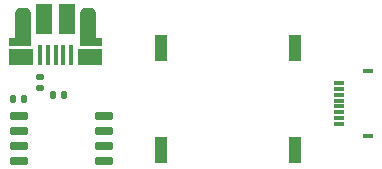
<source format=gbp>
%TF.GenerationSoftware,KiCad,Pcbnew,7.0.6*%
%TF.CreationDate,2024-04-24T00:37:06-04:00*%
%TF.ProjectId,Doom Keycap,446f6f6d-204b-4657-9963-61702e6b6963,REV1*%
%TF.SameCoordinates,Original*%
%TF.FileFunction,Paste,Bot*%
%TF.FilePolarity,Positive*%
%FSLAX46Y46*%
G04 Gerber Fmt 4.6, Leading zero omitted, Abs format (unit mm)*
G04 Created by KiCad (PCBNEW 7.0.6) date 2024-04-24 00:37:06*
%MOMM*%
%LPD*%
G01*
G04 APERTURE LIST*
G04 Aperture macros list*
%AMRoundRect*
0 Rectangle with rounded corners*
0 $1 Rounding radius*
0 $2 $3 $4 $5 $6 $7 $8 $9 X,Y pos of 4 corners*
0 Add a 4 corners polygon primitive as box body*
4,1,4,$2,$3,$4,$5,$6,$7,$8,$9,$2,$3,0*
0 Add four circle primitives for the rounded corners*
1,1,$1+$1,$2,$3*
1,1,$1+$1,$4,$5*
1,1,$1+$1,$6,$7*
1,1,$1+$1,$8,$9*
0 Add four rect primitives between the rounded corners*
20,1,$1+$1,$2,$3,$4,$5,0*
20,1,$1+$1,$4,$5,$6,$7,0*
20,1,$1+$1,$6,$7,$8,$9,0*
20,1,$1+$1,$8,$9,$2,$3,0*%
G04 Aperture macros list end*
%ADD10R,0.400000X1.750000*%
%ADD11R,1.825000X0.700000*%
%ADD12R,2.000000X1.460000*%
%ADD13RoundRect,0.384800X-0.265200X-1.240200X0.265200X-1.240200X0.265200X1.240200X-0.265200X1.240200X0*%
%ADD14R,1.425000X2.500000*%
%ADD15RoundRect,0.147500X-0.147500X-0.172500X0.147500X-0.172500X0.147500X0.172500X-0.147500X0.172500X0*%
%ADD16RoundRect,0.150000X0.650000X0.150000X-0.650000X0.150000X-0.650000X-0.150000X0.650000X-0.150000X0*%
%ADD17RoundRect,0.140000X-0.140000X-0.170000X0.140000X-0.170000X0.140000X0.170000X-0.140000X0.170000X0*%
%ADD18R,1.000000X2.200000*%
%ADD19RoundRect,0.147500X0.172500X-0.147500X0.172500X0.147500X-0.172500X0.147500X-0.172500X-0.147500X0*%
%ADD20R,0.812800X0.406400*%
%ADD21R,0.812800X0.304800*%
G04 APERTURE END LIST*
D10*
X158565000Y-83525000D03*
X159215000Y-83525000D03*
X159865000Y-83525000D03*
X160515000Y-83525000D03*
X161165000Y-83525000D03*
D11*
X156877500Y-82400000D03*
D12*
X156965000Y-83730000D03*
D13*
X157140000Y-81125000D03*
D14*
X158902500Y-80450000D03*
X160827500Y-80450000D03*
D13*
X162590000Y-81125000D03*
D12*
X162765000Y-83730000D03*
D11*
X162852500Y-82400000D03*
D15*
X156230000Y-87250000D03*
X157200000Y-87250000D03*
D16*
X163940000Y-88720000D03*
X163940000Y-89990000D03*
X163940000Y-91260000D03*
X163940000Y-92530000D03*
X156740000Y-92530000D03*
X156740000Y-91260000D03*
X156740000Y-89990000D03*
X156740000Y-88720000D03*
D17*
X159610000Y-86875000D03*
X160570000Y-86875000D03*
D18*
X168765000Y-91600000D03*
X180165000Y-91600000D03*
X180165000Y-82900000D03*
X168765000Y-82900000D03*
D19*
X158515000Y-86335000D03*
X158515000Y-85365000D03*
D20*
X186362767Y-84875000D03*
X186362767Y-90375000D03*
D21*
X183862767Y-89374999D03*
X183862767Y-88875000D03*
X183862767Y-88375001D03*
X183862767Y-87875000D03*
X183862767Y-87375000D03*
X183862767Y-86874999D03*
X183862767Y-86375000D03*
X183862767Y-85875001D03*
M02*

</source>
